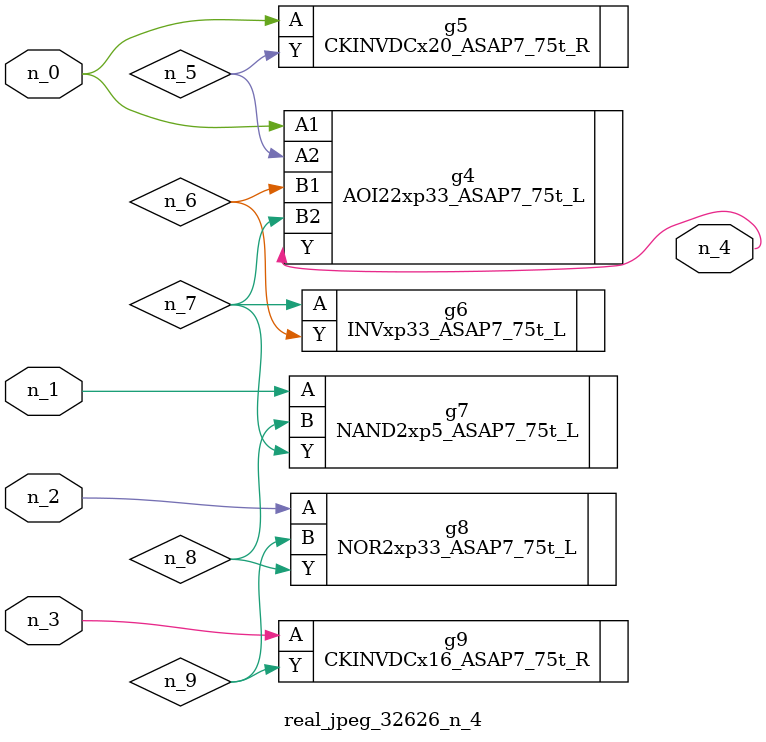
<source format=v>
module real_jpeg_32626_n_4 (n_3, n_1, n_0, n_2, n_4);

input n_3;
input n_1;
input n_0;
input n_2;

output n_4;

wire n_5;
wire n_8;
wire n_6;
wire n_7;
wire n_9;

AOI22xp33_ASAP7_75t_L g4 ( 
.A1(n_0),
.A2(n_5),
.B1(n_6),
.B2(n_7),
.Y(n_4)
);

CKINVDCx20_ASAP7_75t_R g5 ( 
.A(n_0),
.Y(n_5)
);

NAND2xp5_ASAP7_75t_L g7 ( 
.A(n_1),
.B(n_8),
.Y(n_7)
);

NOR2xp33_ASAP7_75t_L g8 ( 
.A(n_2),
.B(n_9),
.Y(n_8)
);

CKINVDCx16_ASAP7_75t_R g9 ( 
.A(n_3),
.Y(n_9)
);

INVxp33_ASAP7_75t_L g6 ( 
.A(n_7),
.Y(n_6)
);


endmodule
</source>
